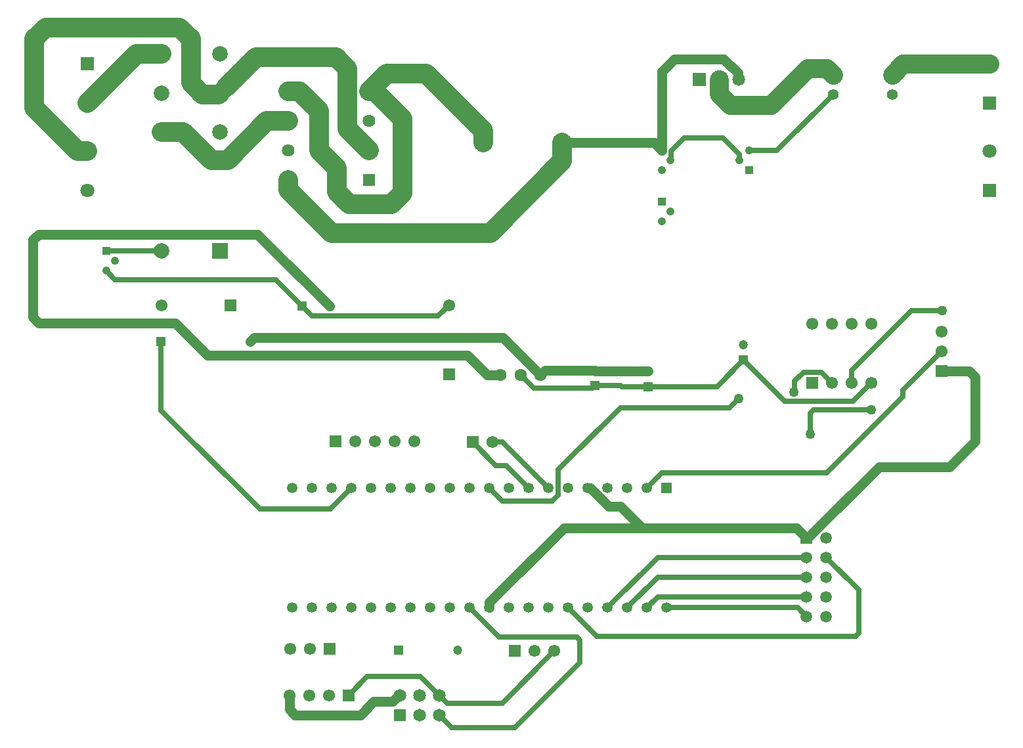
<source format=gbr>
G04*
G04 #@! TF.GenerationSoftware,Altium Limited,Altium Designer,23.2.1 (34)*
G04*
G04 Layer_Physical_Order=2*
G04 Layer_Color=16711680*
%FSLAX25Y25*%
%MOIN*%
G70*
G04*
G04 #@! TF.SameCoordinates,AE477188-E2B8-4CB5-8C30-EC736E3CFD39*
G04*
G04*
G04 #@! TF.FilePolarity,Positive*
G04*
G01*
G75*
%ADD21C,0.06102*%
%ADD22R,0.06102X0.06102*%
%ADD23R,0.06200X0.06200*%
%ADD24C,0.06200*%
%ADD27C,0.06400*%
%ADD28R,0.06400X0.06400*%
%ADD31C,0.06181*%
%ADD32R,0.06181X0.06181*%
%ADD34C,0.04724*%
%ADD35R,0.04724X0.04724*%
%ADD36R,0.04724X0.04724*%
%ADD39C,0.05118*%
%ADD40R,0.05118X0.05118*%
%ADD41C,0.07874*%
%ADD42R,0.07874X0.07874*%
%ADD43R,0.06102X0.06102*%
%ADD44R,0.06500X0.06500*%
%ADD45C,0.06500*%
%ADD46C,0.05500*%
%ADD47R,0.05500X0.05500*%
%ADD48C,0.05315*%
%ADD49R,0.05315X0.05315*%
%ADD54C,0.02500*%
%ADD55C,0.05000*%
%ADD56C,0.10000*%
%ADD57C,0.09500*%
%ADD59C,0.04134*%
%ADD60R,0.04134X0.04134*%
%ADD61C,0.05906*%
%ADD62R,0.05906X0.05906*%
%ADD63C,0.07087*%
%ADD64R,0.07087X0.07087*%
%ADD65C,0.06299*%
%ADD66R,0.06496X0.06496*%
%ADD67C,0.06496*%
%ADD68C,0.05000*%
D21*
X174020Y348000D02*
D03*
X534500Y308500D02*
D03*
X524500D02*
D03*
X514500D02*
D03*
X504500Y338500D02*
D03*
X514500D02*
D03*
X524500D02*
D03*
X534500D02*
D03*
X320000Y347980D02*
D03*
X363500Y172500D02*
D03*
X373500D02*
D03*
X302500Y279000D02*
D03*
X292500D02*
D03*
X282500D02*
D03*
X272500D02*
D03*
X259000Y150000D02*
D03*
X249000D02*
D03*
X239000D02*
D03*
X249500Y173500D02*
D03*
X239500D02*
D03*
X570000Y324500D02*
D03*
Y334500D02*
D03*
D22*
X208980Y348000D02*
D03*
X504500Y308500D02*
D03*
X353500Y172500D02*
D03*
X262500Y279000D02*
D03*
X269000Y150000D02*
D03*
X259500Y173500D02*
D03*
D23*
X337600Y430500D02*
D03*
D24*
X377600D02*
D03*
D27*
X238500Y456500D02*
D03*
Y441500D02*
D03*
Y426500D02*
D03*
X279500D02*
D03*
Y441500D02*
D03*
Y456500D02*
D03*
D28*
X238500Y411500D02*
D03*
X279500D02*
D03*
D31*
X342000Y278500D02*
D03*
D32*
X332000D02*
D03*
D34*
X219083Y329500D02*
D03*
X469500Y327937D02*
D03*
X421000Y314437D02*
D03*
X394000Y314937D02*
D03*
X324512Y173000D02*
D03*
D35*
X173917Y329500D02*
D03*
X294488Y173000D02*
D03*
D36*
X469500Y320063D02*
D03*
X421000Y306563D02*
D03*
X394000Y307063D02*
D03*
D39*
X259390Y347500D02*
D03*
D40*
X245610D02*
D03*
D41*
X203764Y475429D02*
D03*
Y455587D02*
D03*
Y435744D02*
D03*
X174236Y475429D02*
D03*
Y455587D02*
D03*
Y435744D02*
D03*
Y375665D02*
D03*
D42*
X203764D02*
D03*
D43*
X320000Y313020D02*
D03*
X570000Y314500D02*
D03*
D44*
X447000Y462500D02*
D03*
D45*
X457000D02*
D03*
X467000D02*
D03*
D46*
X545000Y465000D02*
D03*
Y455000D02*
D03*
X515000D02*
D03*
D47*
Y465000D02*
D03*
D48*
X430500Y194500D02*
D03*
X420500D02*
D03*
X410500D02*
D03*
X400500D02*
D03*
X390500D02*
D03*
X380500D02*
D03*
X370500D02*
D03*
X360500D02*
D03*
X350500D02*
D03*
X340500D02*
D03*
X330500D02*
D03*
X320500D02*
D03*
X310500D02*
D03*
X300500D02*
D03*
X290500D02*
D03*
X280500D02*
D03*
X270500D02*
D03*
X260500D02*
D03*
X250500D02*
D03*
X240500D02*
D03*
Y255250D02*
D03*
X250500D02*
D03*
X260500D02*
D03*
X270500D02*
D03*
X280500D02*
D03*
X290500D02*
D03*
X300500D02*
D03*
X310500D02*
D03*
X320500D02*
D03*
X330500D02*
D03*
X340500D02*
D03*
X350500D02*
D03*
X360500D02*
D03*
X370500D02*
D03*
X380500D02*
D03*
X390500D02*
D03*
X400500D02*
D03*
X410500D02*
D03*
X420500D02*
D03*
D49*
X430500D02*
D03*
D54*
X503500Y282500D02*
Y293336D01*
X356500Y312500D02*
X363049Y305951D01*
X392888D01*
X394000Y307063D01*
X321500Y133500D02*
X353500D01*
X386500Y166500D02*
Y178035D01*
X353500Y133500D02*
X386500Y166500D01*
X395000Y180000D02*
X526536D01*
X528000Y181465D02*
Y203500D01*
X511500Y220000D02*
X528000Y203500D01*
X526536Y180000D02*
X528000Y181465D01*
X380500Y194500D02*
X395000Y180000D01*
X420500Y255250D02*
X428250Y263000D01*
X511900D02*
X550500Y301600D01*
X428250Y263000D02*
X511900D01*
X407000Y296000D02*
X462500D01*
X375500Y264500D02*
X407000Y296000D01*
X462500D02*
X467000Y300500D01*
X375500Y251600D02*
Y264500D01*
X372500Y248600D02*
X375500Y251600D01*
X347150Y248600D02*
X372500D01*
X232110Y361000D02*
X245610Y347500D01*
X146000Y365500D02*
X150500Y361000D01*
X232110D01*
X467387Y421613D02*
Y424613D01*
X439500Y433000D02*
X459000D01*
X467387Y421613D02*
X467500Y421500D01*
X459000Y433000D02*
X467387Y424613D01*
X432750Y426250D02*
X439500Y433000D01*
X432750Y424533D02*
Y426250D01*
X432500Y421500D02*
X432722Y421722D01*
Y424504D02*
X432750Y424533D01*
X432722Y421722D02*
Y424504D01*
X345500Y179500D02*
X385035D01*
X386500Y178035D01*
X420500Y194500D02*
X426000Y200000D01*
X501500D01*
X497000Y194500D02*
X501500Y190000D01*
X430500Y194500D02*
X497000D01*
X407200Y307063D02*
X407700Y306563D01*
X421000D01*
X394000Y307063D02*
X407200D01*
X495478Y309378D02*
X500000Y313900D01*
X495478Y304478D02*
Y309378D01*
X469500Y320063D02*
X490313Y299250D01*
X495000Y304000D02*
X495478Y304478D01*
X525250Y299250D02*
X534500Y308500D01*
X490313Y299250D02*
X525250D01*
X503500Y293336D02*
X504964Y294800D01*
X534400D01*
X224000Y244500D02*
X259750D01*
X173917Y294583D02*
Y329500D01*
Y294583D02*
X224000Y244500D01*
X259750D02*
X270500Y255250D01*
X315000Y150000D02*
X319000Y146000D01*
X278500Y159500D02*
X305500D01*
X269000Y150000D02*
X278500Y159500D01*
X305500D02*
X315000Y150000D01*
X347000Y146000D02*
X373500Y172500D01*
X319000Y146000D02*
X347000D01*
X315000Y140000D02*
X321500Y133500D01*
X330500Y194500D02*
X345500Y179500D01*
X550500Y301600D02*
Y305000D01*
X570000Y324500D01*
X400500Y194500D02*
X426000Y220000D01*
X501500D01*
X486500Y426500D02*
X515000Y455000D01*
X472500Y426500D02*
X486500D01*
X245610Y347500D02*
X250510Y342600D01*
X314620D01*
X320000Y347980D01*
X421000Y306563D02*
X456000D01*
X469500Y320063D01*
X340500Y255250D02*
X347150Y248600D01*
X500000Y313900D02*
X509100D01*
X514500Y308500D01*
X342000Y278500D02*
X347250D01*
X370500Y255250D01*
X524500Y308500D02*
Y315000D01*
X554700Y345200D01*
X570500D01*
X332000Y278500D02*
X343800Y266700D01*
X349050D01*
X360500Y255250D01*
X426000Y210000D02*
X501500D01*
X410500Y194500D02*
X426000Y210000D01*
X160165Y375665D02*
X174236D01*
X160000Y375500D02*
X160165Y375665D01*
X146000Y375500D02*
X160000D01*
D55*
X197496Y322500D02*
X329500D01*
X339500Y312500D01*
X346264D01*
X111782Y339000D02*
X180996D01*
X197496Y322500D01*
X418250Y235000D02*
X418250Y235000D01*
X407250Y246000D02*
X418250Y235000D01*
X496500D01*
X378500D02*
X418250D01*
X502827Y230453D02*
X538374Y266000D01*
X574000D01*
X587000Y279000D01*
Y311571D01*
X570000Y314500D02*
X584071D01*
X587000Y311571D01*
X501953Y230453D02*
X502827D01*
X501500Y230000D02*
X501953Y230453D01*
X111782Y384000D02*
X222890D01*
X259390Y347500D01*
X391852Y255190D02*
X401042Y246000D01*
X407250D01*
X239000Y142929D02*
Y149702D01*
Y142929D02*
X241929Y140000D01*
X275000D01*
X281748Y146748D02*
X291343D01*
X275000Y140000D02*
X281748Y146748D01*
X294595Y150000D02*
X295000D01*
X291343Y146748D02*
X294595Y150000D01*
X108853Y341929D02*
Y381071D01*
Y341929D02*
X111782Y339000D01*
X108853Y381071D02*
X111782Y384000D01*
X221083Y331500D02*
X347343D01*
X366094Y312749D01*
X219083Y329500D02*
X221083Y331500D01*
X394500Y314437D02*
X421000D01*
X394000Y314937D02*
X394000D01*
X394500Y314437D01*
X368780Y314937D02*
X394000D01*
X366343Y312500D02*
X368780Y314937D01*
X496500Y235000D02*
X501500Y230000D01*
X340560Y194560D02*
Y197060D01*
X390500Y255250D02*
X390560Y255190D01*
X340560Y197060D02*
X378500Y235000D01*
X390560Y255190D02*
X391852D01*
X340500Y194500D02*
X340560Y194560D01*
X466713Y462787D02*
Y465714D01*
X459427Y473000D02*
X466713Y465714D01*
X428000Y426500D02*
Y466626D01*
X434374Y473000D01*
X466713Y462787D02*
X467000Y462500D01*
X434374Y473000D02*
X459427D01*
X424000Y430500D02*
X428000Y426500D01*
X377000Y430500D02*
X424000D01*
D56*
X238500Y406449D02*
X260449Y384500D01*
X341000D02*
X377600Y421100D01*
X260449Y384500D02*
X341000D01*
X269358Y399142D02*
X290642D01*
X296500Y405000D01*
Y442500D01*
X263000Y405500D02*
X269358Y399142D01*
X263000Y405500D02*
Y417500D01*
X207642Y421642D02*
X227500Y441500D01*
X199358Y421642D02*
X207642D01*
X174236Y435744D02*
X185256D01*
X227500Y441500D02*
X238500D01*
X185256Y435744D02*
X199358Y421642D01*
X254000Y426500D02*
X263000Y417500D01*
X254000Y426500D02*
Y446506D01*
X279500Y456500D02*
X282500D01*
X296500Y442500D01*
X115358Y489000D02*
X183142D01*
X203142Y454965D02*
X203764Y455587D01*
X189000Y460823D02*
X194858Y454965D01*
X183142Y489000D02*
X189000Y483142D01*
X194858Y454965D02*
X203142D01*
X189000Y460823D02*
Y483142D01*
X288500Y465500D02*
X308500D01*
X279500Y456500D02*
X288500Y465500D01*
X308500D02*
X337600Y436400D01*
Y430500D02*
Y436400D01*
X377600Y421100D02*
Y430500D01*
X109500Y448129D02*
Y483142D01*
Y448129D02*
X131358Y426271D01*
X109500Y483142D02*
X115358Y489000D01*
X131358Y426271D02*
X136500D01*
Y450500D02*
X161429Y475429D01*
X174236D01*
X238500Y406449D02*
Y411500D01*
X268500Y437500D02*
Y467942D01*
X262642Y473800D02*
X268500Y467942D01*
X244006Y456500D02*
X254000Y446506D01*
X268500Y437500D02*
X279500Y426500D01*
X238500Y456500D02*
X244006D01*
X221977Y473800D02*
X262642D01*
X206699Y458522D02*
X221977Y473800D01*
D57*
X502052Y468052D02*
X511948D01*
X483500Y449500D02*
X502052Y468052D01*
X462858Y449500D02*
X483500D01*
X511948Y468052D02*
X515000Y465000D01*
X457000Y455358D02*
Y462500D01*
Y455358D02*
X462858Y449500D01*
X550500Y470500D02*
X594500D01*
X545000Y465000D02*
X550500Y470500D01*
D59*
X146000Y365500D02*
D03*
X150500Y370500D02*
D03*
X467500Y421500D02*
D03*
X472500Y426500D02*
D03*
X432500Y395500D02*
D03*
X428000Y390500D02*
D03*
X432500Y421500D02*
D03*
X428000Y416500D02*
D03*
D60*
X146000Y375500D02*
D03*
X472500Y416500D02*
D03*
X428000Y400500D02*
D03*
Y426500D02*
D03*
D61*
X511500Y190000D02*
D03*
X501500D02*
D03*
X511500Y200000D02*
D03*
X501500D02*
D03*
X511500Y210000D02*
D03*
X501500D02*
D03*
X511500Y220000D02*
D03*
X501500D02*
D03*
X511500Y230000D02*
D03*
D62*
X501500D02*
D03*
D63*
X594500Y426271D02*
D03*
Y470500D02*
D03*
X136500Y450500D02*
D03*
Y406271D02*
D03*
D64*
X594500D02*
D03*
Y450500D02*
D03*
X136500Y470500D02*
D03*
Y426271D02*
D03*
D65*
X346264Y312500D02*
D03*
X366343D02*
D03*
X356500D02*
D03*
D66*
X295000Y140000D02*
D03*
D67*
Y150000D02*
D03*
X305000Y140000D02*
D03*
X315000D02*
D03*
X305000Y150000D02*
D03*
X315000D02*
D03*
D68*
X503500Y282500D02*
D03*
X495000Y304000D02*
D03*
X467000Y300500D02*
D03*
X534400Y294800D02*
D03*
X570500Y345200D02*
D03*
M02*

</source>
